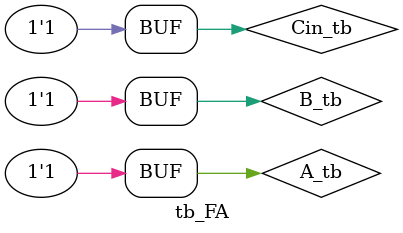
<source format=v>
`timescale 1ns / 1ps
module tb_FA();
reg A_tb = 0;
reg B_tb = 0;
reg Cin_tb = 0;
wire Sum_tb;
wire Cout_tb ;
FA instant
(
.A( A_tb ),
.B( B_tb ),
.Cin( Cin_tb ),
. Sum ( Sum_tb ),
. Cout ( Cout_tb )
);
initial
begin
A_tb = 1'b0;
B_tb = 1'b1;
Cin_tb = 1'b0;
# 20;
A_tb = 1'b1;
B_tb = 1'b1;
Cin_tb = 1'b0;
# 20;
A_tb = 1'b1;
B_tb = 1'b1;
Cin_tb = 1'b1;
# 20;
end
endmodule

</source>
